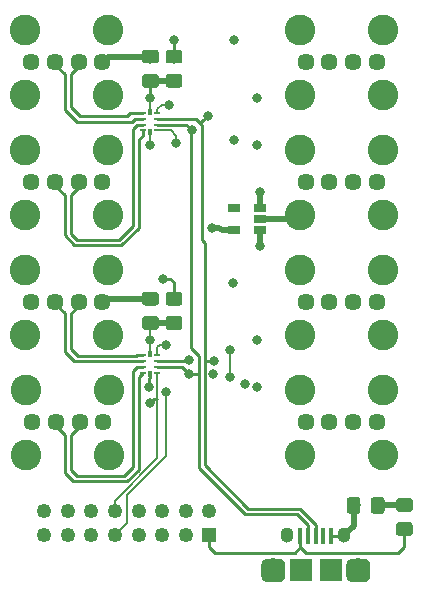
<source format=gbr>
G04 #@! TF.GenerationSoftware,KiCad,Pcbnew,(5.1.0)-1*
G04 #@! TF.CreationDate,2020-02-18T23:46:36-06:00*
G04 #@! TF.ProjectId,USBMuxV1,5553424d-7578-4563-912e-6b696361645f,rev?*
G04 #@! TF.SameCoordinates,Original*
G04 #@! TF.FileFunction,Copper,L1,Top*
G04 #@! TF.FilePolarity,Positive*
%FSLAX46Y46*%
G04 Gerber Fmt 4.6, Leading zero omitted, Abs format (unit mm)*
G04 Created by KiCad (PCBNEW (5.1.0)-1) date 2020-02-18 23:46:36*
%MOMM*%
%LPD*%
G04 APERTURE LIST*
%ADD10R,1.900000X1.900000*%
%ADD11C,0.100000*%
%ADD12C,2.000000*%
%ADD13R,0.400000X1.350000*%
%ADD14O,1.100000X1.300000*%
%ADD15R,0.580000X0.250000*%
%ADD16R,0.350000X0.630000*%
%ADD17C,1.150000*%
%ADD18R,1.250000X1.250000*%
%ADD19C,1.250000*%
%ADD20C,1.450000*%
%ADD21C,2.600000*%
%ADD22R,1.060000X0.650000*%
%ADD23C,0.800000*%
%ADD24C,0.250000*%
%ADD25C,0.200000*%
%ADD26C,0.500000*%
%ADD27C,0.150000*%
G04 APERTURE END LIST*
D10*
X137750000Y-137000000D03*
X140250000Y-137000000D03*
D11*
G36*
X135949009Y-136002408D02*
G01*
X135997545Y-136009607D01*
X136045142Y-136021530D01*
X136091342Y-136038060D01*
X136135698Y-136059039D01*
X136177785Y-136084265D01*
X136217197Y-136113495D01*
X136253553Y-136146447D01*
X136286505Y-136182803D01*
X136315735Y-136222215D01*
X136340961Y-136264302D01*
X136361940Y-136308658D01*
X136378470Y-136354858D01*
X136390393Y-136402455D01*
X136397592Y-136450991D01*
X136400000Y-136500000D01*
X136400000Y-137500000D01*
X136397592Y-137549009D01*
X136390393Y-137597545D01*
X136378470Y-137645142D01*
X136361940Y-137691342D01*
X136340961Y-137735698D01*
X136315735Y-137777785D01*
X136286505Y-137817197D01*
X136253553Y-137853553D01*
X136217197Y-137886505D01*
X136177785Y-137915735D01*
X136135698Y-137940961D01*
X136091342Y-137961940D01*
X136045142Y-137978470D01*
X135997545Y-137990393D01*
X135949009Y-137997592D01*
X135900000Y-138000000D01*
X134900000Y-138000000D01*
X134850991Y-137997592D01*
X134802455Y-137990393D01*
X134754858Y-137978470D01*
X134708658Y-137961940D01*
X134664302Y-137940961D01*
X134622215Y-137915735D01*
X134582803Y-137886505D01*
X134546447Y-137853553D01*
X134513495Y-137817197D01*
X134484265Y-137777785D01*
X134459039Y-137735698D01*
X134438060Y-137691342D01*
X134421530Y-137645142D01*
X134409607Y-137597545D01*
X134402408Y-137549009D01*
X134400000Y-137500000D01*
X134400000Y-136500000D01*
X134402408Y-136450991D01*
X134409607Y-136402455D01*
X134421530Y-136354858D01*
X134438060Y-136308658D01*
X134459039Y-136264302D01*
X134484265Y-136222215D01*
X134513495Y-136182803D01*
X134546447Y-136146447D01*
X134582803Y-136113495D01*
X134622215Y-136084265D01*
X134664302Y-136059039D01*
X134708658Y-136038060D01*
X134754858Y-136021530D01*
X134802455Y-136009607D01*
X134850991Y-136002408D01*
X134900000Y-136000000D01*
X135900000Y-136000000D01*
X135949009Y-136002408D01*
X135949009Y-136002408D01*
G37*
D12*
X135400000Y-137000000D03*
D11*
G36*
X143149009Y-136002408D02*
G01*
X143197545Y-136009607D01*
X143245142Y-136021530D01*
X143291342Y-136038060D01*
X143335698Y-136059039D01*
X143377785Y-136084265D01*
X143417197Y-136113495D01*
X143453553Y-136146447D01*
X143486505Y-136182803D01*
X143515735Y-136222215D01*
X143540961Y-136264302D01*
X143561940Y-136308658D01*
X143578470Y-136354858D01*
X143590393Y-136402455D01*
X143597592Y-136450991D01*
X143600000Y-136500000D01*
X143600000Y-137500000D01*
X143597592Y-137549009D01*
X143590393Y-137597545D01*
X143578470Y-137645142D01*
X143561940Y-137691342D01*
X143540961Y-137735698D01*
X143515735Y-137777785D01*
X143486505Y-137817197D01*
X143453553Y-137853553D01*
X143417197Y-137886505D01*
X143377785Y-137915735D01*
X143335698Y-137940961D01*
X143291342Y-137961940D01*
X143245142Y-137978470D01*
X143197545Y-137990393D01*
X143149009Y-137997592D01*
X143100000Y-138000000D01*
X142100000Y-138000000D01*
X142050991Y-137997592D01*
X142002455Y-137990393D01*
X141954858Y-137978470D01*
X141908658Y-137961940D01*
X141864302Y-137940961D01*
X141822215Y-137915735D01*
X141782803Y-137886505D01*
X141746447Y-137853553D01*
X141713495Y-137817197D01*
X141684265Y-137777785D01*
X141659039Y-137735698D01*
X141638060Y-137691342D01*
X141621530Y-137645142D01*
X141609607Y-137597545D01*
X141602408Y-137549009D01*
X141600000Y-137500000D01*
X141600000Y-136500000D01*
X141602408Y-136450991D01*
X141609607Y-136402455D01*
X141621530Y-136354858D01*
X141638060Y-136308658D01*
X141659039Y-136264302D01*
X141684265Y-136222215D01*
X141713495Y-136182803D01*
X141746447Y-136146447D01*
X141782803Y-136113495D01*
X141822215Y-136084265D01*
X141864302Y-136059039D01*
X141908658Y-136038060D01*
X141954858Y-136021530D01*
X142002455Y-136009607D01*
X142050991Y-136002408D01*
X142100000Y-136000000D01*
X143100000Y-136000000D01*
X143149009Y-136002408D01*
X143149009Y-136002408D01*
G37*
D12*
X142600000Y-137000000D03*
D13*
X139000000Y-134100000D03*
X139650000Y-134100000D03*
X140300000Y-134100000D03*
X138350000Y-134100000D03*
X137700000Y-134100000D03*
D14*
X136600000Y-134000000D03*
X141400000Y-134000000D03*
D15*
X124400000Y-98250000D03*
X124400000Y-98750000D03*
X124400000Y-99250000D03*
X124400000Y-99750000D03*
X125600000Y-98250000D03*
X125600000Y-98750000D03*
X125600000Y-99250000D03*
X125600000Y-99750000D03*
D16*
X125000000Y-98150000D03*
X125000000Y-99850000D03*
D15*
X124400000Y-118750000D03*
X124400000Y-119250000D03*
X124400000Y-119750000D03*
X124400000Y-120250000D03*
X125600000Y-118750000D03*
X125600000Y-119250000D03*
X125600000Y-119750000D03*
X125600000Y-120250000D03*
D16*
X125000000Y-118650000D03*
X125000000Y-120350000D03*
D11*
G36*
X125474505Y-92926204D02*
G01*
X125498773Y-92929804D01*
X125522572Y-92935765D01*
X125545671Y-92944030D01*
X125567850Y-92954520D01*
X125588893Y-92967132D01*
X125608599Y-92981747D01*
X125626777Y-92998223D01*
X125643253Y-93016401D01*
X125657868Y-93036107D01*
X125670480Y-93057150D01*
X125680970Y-93079329D01*
X125689235Y-93102428D01*
X125695196Y-93126227D01*
X125698796Y-93150495D01*
X125700000Y-93174999D01*
X125700000Y-93825001D01*
X125698796Y-93849505D01*
X125695196Y-93873773D01*
X125689235Y-93897572D01*
X125680970Y-93920671D01*
X125670480Y-93942850D01*
X125657868Y-93963893D01*
X125643253Y-93983599D01*
X125626777Y-94001777D01*
X125608599Y-94018253D01*
X125588893Y-94032868D01*
X125567850Y-94045480D01*
X125545671Y-94055970D01*
X125522572Y-94064235D01*
X125498773Y-94070196D01*
X125474505Y-94073796D01*
X125450001Y-94075000D01*
X124549999Y-94075000D01*
X124525495Y-94073796D01*
X124501227Y-94070196D01*
X124477428Y-94064235D01*
X124454329Y-94055970D01*
X124432150Y-94045480D01*
X124411107Y-94032868D01*
X124391401Y-94018253D01*
X124373223Y-94001777D01*
X124356747Y-93983599D01*
X124342132Y-93963893D01*
X124329520Y-93942850D01*
X124319030Y-93920671D01*
X124310765Y-93897572D01*
X124304804Y-93873773D01*
X124301204Y-93849505D01*
X124300000Y-93825001D01*
X124300000Y-93174999D01*
X124301204Y-93150495D01*
X124304804Y-93126227D01*
X124310765Y-93102428D01*
X124319030Y-93079329D01*
X124329520Y-93057150D01*
X124342132Y-93036107D01*
X124356747Y-93016401D01*
X124373223Y-92998223D01*
X124391401Y-92981747D01*
X124411107Y-92967132D01*
X124432150Y-92954520D01*
X124454329Y-92944030D01*
X124477428Y-92935765D01*
X124501227Y-92929804D01*
X124525495Y-92926204D01*
X124549999Y-92925000D01*
X125450001Y-92925000D01*
X125474505Y-92926204D01*
X125474505Y-92926204D01*
G37*
D17*
X125000000Y-93500000D03*
D11*
G36*
X125474505Y-94976204D02*
G01*
X125498773Y-94979804D01*
X125522572Y-94985765D01*
X125545671Y-94994030D01*
X125567850Y-95004520D01*
X125588893Y-95017132D01*
X125608599Y-95031747D01*
X125626777Y-95048223D01*
X125643253Y-95066401D01*
X125657868Y-95086107D01*
X125670480Y-95107150D01*
X125680970Y-95129329D01*
X125689235Y-95152428D01*
X125695196Y-95176227D01*
X125698796Y-95200495D01*
X125700000Y-95224999D01*
X125700000Y-95875001D01*
X125698796Y-95899505D01*
X125695196Y-95923773D01*
X125689235Y-95947572D01*
X125680970Y-95970671D01*
X125670480Y-95992850D01*
X125657868Y-96013893D01*
X125643253Y-96033599D01*
X125626777Y-96051777D01*
X125608599Y-96068253D01*
X125588893Y-96082868D01*
X125567850Y-96095480D01*
X125545671Y-96105970D01*
X125522572Y-96114235D01*
X125498773Y-96120196D01*
X125474505Y-96123796D01*
X125450001Y-96125000D01*
X124549999Y-96125000D01*
X124525495Y-96123796D01*
X124501227Y-96120196D01*
X124477428Y-96114235D01*
X124454329Y-96105970D01*
X124432150Y-96095480D01*
X124411107Y-96082868D01*
X124391401Y-96068253D01*
X124373223Y-96051777D01*
X124356747Y-96033599D01*
X124342132Y-96013893D01*
X124329520Y-95992850D01*
X124319030Y-95970671D01*
X124310765Y-95947572D01*
X124304804Y-95923773D01*
X124301204Y-95899505D01*
X124300000Y-95875001D01*
X124300000Y-95224999D01*
X124301204Y-95200495D01*
X124304804Y-95176227D01*
X124310765Y-95152428D01*
X124319030Y-95129329D01*
X124329520Y-95107150D01*
X124342132Y-95086107D01*
X124356747Y-95066401D01*
X124373223Y-95048223D01*
X124391401Y-95031747D01*
X124411107Y-95017132D01*
X124432150Y-95004520D01*
X124454329Y-94994030D01*
X124477428Y-94985765D01*
X124501227Y-94979804D01*
X124525495Y-94976204D01*
X124549999Y-94975000D01*
X125450001Y-94975000D01*
X125474505Y-94976204D01*
X125474505Y-94976204D01*
G37*
D17*
X125000000Y-95550000D03*
D11*
G36*
X125474505Y-113426204D02*
G01*
X125498773Y-113429804D01*
X125522572Y-113435765D01*
X125545671Y-113444030D01*
X125567850Y-113454520D01*
X125588893Y-113467132D01*
X125608599Y-113481747D01*
X125626777Y-113498223D01*
X125643253Y-113516401D01*
X125657868Y-113536107D01*
X125670480Y-113557150D01*
X125680970Y-113579329D01*
X125689235Y-113602428D01*
X125695196Y-113626227D01*
X125698796Y-113650495D01*
X125700000Y-113674999D01*
X125700000Y-114325001D01*
X125698796Y-114349505D01*
X125695196Y-114373773D01*
X125689235Y-114397572D01*
X125680970Y-114420671D01*
X125670480Y-114442850D01*
X125657868Y-114463893D01*
X125643253Y-114483599D01*
X125626777Y-114501777D01*
X125608599Y-114518253D01*
X125588893Y-114532868D01*
X125567850Y-114545480D01*
X125545671Y-114555970D01*
X125522572Y-114564235D01*
X125498773Y-114570196D01*
X125474505Y-114573796D01*
X125450001Y-114575000D01*
X124549999Y-114575000D01*
X124525495Y-114573796D01*
X124501227Y-114570196D01*
X124477428Y-114564235D01*
X124454329Y-114555970D01*
X124432150Y-114545480D01*
X124411107Y-114532868D01*
X124391401Y-114518253D01*
X124373223Y-114501777D01*
X124356747Y-114483599D01*
X124342132Y-114463893D01*
X124329520Y-114442850D01*
X124319030Y-114420671D01*
X124310765Y-114397572D01*
X124304804Y-114373773D01*
X124301204Y-114349505D01*
X124300000Y-114325001D01*
X124300000Y-113674999D01*
X124301204Y-113650495D01*
X124304804Y-113626227D01*
X124310765Y-113602428D01*
X124319030Y-113579329D01*
X124329520Y-113557150D01*
X124342132Y-113536107D01*
X124356747Y-113516401D01*
X124373223Y-113498223D01*
X124391401Y-113481747D01*
X124411107Y-113467132D01*
X124432150Y-113454520D01*
X124454329Y-113444030D01*
X124477428Y-113435765D01*
X124501227Y-113429804D01*
X124525495Y-113426204D01*
X124549999Y-113425000D01*
X125450001Y-113425000D01*
X125474505Y-113426204D01*
X125474505Y-113426204D01*
G37*
D17*
X125000000Y-114000000D03*
D11*
G36*
X125474505Y-115476204D02*
G01*
X125498773Y-115479804D01*
X125522572Y-115485765D01*
X125545671Y-115494030D01*
X125567850Y-115504520D01*
X125588893Y-115517132D01*
X125608599Y-115531747D01*
X125626777Y-115548223D01*
X125643253Y-115566401D01*
X125657868Y-115586107D01*
X125670480Y-115607150D01*
X125680970Y-115629329D01*
X125689235Y-115652428D01*
X125695196Y-115676227D01*
X125698796Y-115700495D01*
X125700000Y-115724999D01*
X125700000Y-116375001D01*
X125698796Y-116399505D01*
X125695196Y-116423773D01*
X125689235Y-116447572D01*
X125680970Y-116470671D01*
X125670480Y-116492850D01*
X125657868Y-116513893D01*
X125643253Y-116533599D01*
X125626777Y-116551777D01*
X125608599Y-116568253D01*
X125588893Y-116582868D01*
X125567850Y-116595480D01*
X125545671Y-116605970D01*
X125522572Y-116614235D01*
X125498773Y-116620196D01*
X125474505Y-116623796D01*
X125450001Y-116625000D01*
X124549999Y-116625000D01*
X124525495Y-116623796D01*
X124501227Y-116620196D01*
X124477428Y-116614235D01*
X124454329Y-116605970D01*
X124432150Y-116595480D01*
X124411107Y-116582868D01*
X124391401Y-116568253D01*
X124373223Y-116551777D01*
X124356747Y-116533599D01*
X124342132Y-116513893D01*
X124329520Y-116492850D01*
X124319030Y-116470671D01*
X124310765Y-116447572D01*
X124304804Y-116423773D01*
X124301204Y-116399505D01*
X124300000Y-116375001D01*
X124300000Y-115724999D01*
X124301204Y-115700495D01*
X124304804Y-115676227D01*
X124310765Y-115652428D01*
X124319030Y-115629329D01*
X124329520Y-115607150D01*
X124342132Y-115586107D01*
X124356747Y-115566401D01*
X124373223Y-115548223D01*
X124391401Y-115531747D01*
X124411107Y-115517132D01*
X124432150Y-115504520D01*
X124454329Y-115494030D01*
X124477428Y-115485765D01*
X124501227Y-115479804D01*
X124525495Y-115476204D01*
X124549999Y-115475000D01*
X125450001Y-115475000D01*
X125474505Y-115476204D01*
X125474505Y-115476204D01*
G37*
D17*
X125000000Y-116050000D03*
D18*
X130000000Y-134000000D03*
D19*
X128000000Y-134000000D03*
X126000000Y-134000000D03*
X124000000Y-134000000D03*
X122000000Y-134000000D03*
X120000000Y-134000000D03*
X118000000Y-134000000D03*
X116000000Y-134000000D03*
X116000000Y-132000000D03*
X118000000Y-132000000D03*
X120000000Y-132000000D03*
X122000000Y-132000000D03*
X124000000Y-132000000D03*
X126000000Y-132000000D03*
X128000000Y-132000000D03*
X130000000Y-132000000D03*
D20*
X120920000Y-93980000D03*
X118920000Y-93980000D03*
X116920000Y-93980000D03*
X114920000Y-93980000D03*
D21*
X114420000Y-96730000D03*
X121420000Y-96730000D03*
X121420000Y-91230000D03*
X114420000Y-91230000D03*
D20*
X120920000Y-104140000D03*
X118920000Y-104140000D03*
X116920000Y-104140000D03*
X114920000Y-104140000D03*
D21*
X114420000Y-106890000D03*
X121420000Y-106890000D03*
X121420000Y-101390000D03*
X114420000Y-101390000D03*
D20*
X120920000Y-114300000D03*
X118920000Y-114300000D03*
X116920000Y-114300000D03*
X114920000Y-114300000D03*
D21*
X114420000Y-117050000D03*
X121420000Y-117050000D03*
X121420000Y-111550000D03*
X114420000Y-111550000D03*
D20*
X121000000Y-124460000D03*
X119000000Y-124460000D03*
X117000000Y-124460000D03*
X115000000Y-124460000D03*
D21*
X114500000Y-127210000D03*
X121500000Y-127210000D03*
X121500000Y-121710000D03*
X114500000Y-121710000D03*
D20*
X138160000Y-93980000D03*
X140160000Y-93980000D03*
X142160000Y-93980000D03*
X144160000Y-93980000D03*
D21*
X144660000Y-91230000D03*
X137660000Y-91230000D03*
X137660000Y-96730000D03*
X144660000Y-96730000D03*
D20*
X138160000Y-104140000D03*
X140160000Y-104140000D03*
X142160000Y-104140000D03*
X144160000Y-104140000D03*
D21*
X144660000Y-101390000D03*
X137660000Y-101390000D03*
X137660000Y-106890000D03*
X144660000Y-106890000D03*
D20*
X138160000Y-114300000D03*
X140160000Y-114300000D03*
X142160000Y-114300000D03*
X144160000Y-114300000D03*
D21*
X144660000Y-111550000D03*
X137660000Y-111550000D03*
X137660000Y-117050000D03*
X144660000Y-117050000D03*
D20*
X138160000Y-124460000D03*
X140160000Y-124460000D03*
X142160000Y-124460000D03*
X144160000Y-124460000D03*
D21*
X144660000Y-121710000D03*
X137660000Y-121710000D03*
X137660000Y-127210000D03*
X144660000Y-127210000D03*
D11*
G36*
X146974505Y-130876204D02*
G01*
X146998773Y-130879804D01*
X147022572Y-130885765D01*
X147045671Y-130894030D01*
X147067850Y-130904520D01*
X147088893Y-130917132D01*
X147108599Y-130931747D01*
X147126777Y-130948223D01*
X147143253Y-130966401D01*
X147157868Y-130986107D01*
X147170480Y-131007150D01*
X147180970Y-131029329D01*
X147189235Y-131052428D01*
X147195196Y-131076227D01*
X147198796Y-131100495D01*
X147200000Y-131124999D01*
X147200000Y-131775001D01*
X147198796Y-131799505D01*
X147195196Y-131823773D01*
X147189235Y-131847572D01*
X147180970Y-131870671D01*
X147170480Y-131892850D01*
X147157868Y-131913893D01*
X147143253Y-131933599D01*
X147126777Y-131951777D01*
X147108599Y-131968253D01*
X147088893Y-131982868D01*
X147067850Y-131995480D01*
X147045671Y-132005970D01*
X147022572Y-132014235D01*
X146998773Y-132020196D01*
X146974505Y-132023796D01*
X146950001Y-132025000D01*
X146049999Y-132025000D01*
X146025495Y-132023796D01*
X146001227Y-132020196D01*
X145977428Y-132014235D01*
X145954329Y-132005970D01*
X145932150Y-131995480D01*
X145911107Y-131982868D01*
X145891401Y-131968253D01*
X145873223Y-131951777D01*
X145856747Y-131933599D01*
X145842132Y-131913893D01*
X145829520Y-131892850D01*
X145819030Y-131870671D01*
X145810765Y-131847572D01*
X145804804Y-131823773D01*
X145801204Y-131799505D01*
X145800000Y-131775001D01*
X145800000Y-131124999D01*
X145801204Y-131100495D01*
X145804804Y-131076227D01*
X145810765Y-131052428D01*
X145819030Y-131029329D01*
X145829520Y-131007150D01*
X145842132Y-130986107D01*
X145856747Y-130966401D01*
X145873223Y-130948223D01*
X145891401Y-130931747D01*
X145911107Y-130917132D01*
X145932150Y-130904520D01*
X145954329Y-130894030D01*
X145977428Y-130885765D01*
X146001227Y-130879804D01*
X146025495Y-130876204D01*
X146049999Y-130875000D01*
X146950001Y-130875000D01*
X146974505Y-130876204D01*
X146974505Y-130876204D01*
G37*
D17*
X146500000Y-131450000D03*
D11*
G36*
X146974505Y-132926204D02*
G01*
X146998773Y-132929804D01*
X147022572Y-132935765D01*
X147045671Y-132944030D01*
X147067850Y-132954520D01*
X147088893Y-132967132D01*
X147108599Y-132981747D01*
X147126777Y-132998223D01*
X147143253Y-133016401D01*
X147157868Y-133036107D01*
X147170480Y-133057150D01*
X147180970Y-133079329D01*
X147189235Y-133102428D01*
X147195196Y-133126227D01*
X147198796Y-133150495D01*
X147200000Y-133174999D01*
X147200000Y-133825001D01*
X147198796Y-133849505D01*
X147195196Y-133873773D01*
X147189235Y-133897572D01*
X147180970Y-133920671D01*
X147170480Y-133942850D01*
X147157868Y-133963893D01*
X147143253Y-133983599D01*
X147126777Y-134001777D01*
X147108599Y-134018253D01*
X147088893Y-134032868D01*
X147067850Y-134045480D01*
X147045671Y-134055970D01*
X147022572Y-134064235D01*
X146998773Y-134070196D01*
X146974505Y-134073796D01*
X146950001Y-134075000D01*
X146049999Y-134075000D01*
X146025495Y-134073796D01*
X146001227Y-134070196D01*
X145977428Y-134064235D01*
X145954329Y-134055970D01*
X145932150Y-134045480D01*
X145911107Y-134032868D01*
X145891401Y-134018253D01*
X145873223Y-134001777D01*
X145856747Y-133983599D01*
X145842132Y-133963893D01*
X145829520Y-133942850D01*
X145819030Y-133920671D01*
X145810765Y-133897572D01*
X145804804Y-133873773D01*
X145801204Y-133849505D01*
X145800000Y-133825001D01*
X145800000Y-133174999D01*
X145801204Y-133150495D01*
X145804804Y-133126227D01*
X145810765Y-133102428D01*
X145819030Y-133079329D01*
X145829520Y-133057150D01*
X145842132Y-133036107D01*
X145856747Y-133016401D01*
X145873223Y-132998223D01*
X145891401Y-132981747D01*
X145911107Y-132967132D01*
X145932150Y-132954520D01*
X145954329Y-132944030D01*
X145977428Y-132935765D01*
X146001227Y-132929804D01*
X146025495Y-132926204D01*
X146049999Y-132925000D01*
X146950001Y-132925000D01*
X146974505Y-132926204D01*
X146974505Y-132926204D01*
G37*
D17*
X146500000Y-133500000D03*
D11*
G36*
X142549505Y-130801204D02*
G01*
X142573773Y-130804804D01*
X142597572Y-130810765D01*
X142620671Y-130819030D01*
X142642850Y-130829520D01*
X142663893Y-130842132D01*
X142683599Y-130856747D01*
X142701777Y-130873223D01*
X142718253Y-130891401D01*
X142732868Y-130911107D01*
X142745480Y-130932150D01*
X142755970Y-130954329D01*
X142764235Y-130977428D01*
X142770196Y-131001227D01*
X142773796Y-131025495D01*
X142775000Y-131049999D01*
X142775000Y-131950001D01*
X142773796Y-131974505D01*
X142770196Y-131998773D01*
X142764235Y-132022572D01*
X142755970Y-132045671D01*
X142745480Y-132067850D01*
X142732868Y-132088893D01*
X142718253Y-132108599D01*
X142701777Y-132126777D01*
X142683599Y-132143253D01*
X142663893Y-132157868D01*
X142642850Y-132170480D01*
X142620671Y-132180970D01*
X142597572Y-132189235D01*
X142573773Y-132195196D01*
X142549505Y-132198796D01*
X142525001Y-132200000D01*
X141874999Y-132200000D01*
X141850495Y-132198796D01*
X141826227Y-132195196D01*
X141802428Y-132189235D01*
X141779329Y-132180970D01*
X141757150Y-132170480D01*
X141736107Y-132157868D01*
X141716401Y-132143253D01*
X141698223Y-132126777D01*
X141681747Y-132108599D01*
X141667132Y-132088893D01*
X141654520Y-132067850D01*
X141644030Y-132045671D01*
X141635765Y-132022572D01*
X141629804Y-131998773D01*
X141626204Y-131974505D01*
X141625000Y-131950001D01*
X141625000Y-131049999D01*
X141626204Y-131025495D01*
X141629804Y-131001227D01*
X141635765Y-130977428D01*
X141644030Y-130954329D01*
X141654520Y-130932150D01*
X141667132Y-130911107D01*
X141681747Y-130891401D01*
X141698223Y-130873223D01*
X141716401Y-130856747D01*
X141736107Y-130842132D01*
X141757150Y-130829520D01*
X141779329Y-130819030D01*
X141802428Y-130810765D01*
X141826227Y-130804804D01*
X141850495Y-130801204D01*
X141874999Y-130800000D01*
X142525001Y-130800000D01*
X142549505Y-130801204D01*
X142549505Y-130801204D01*
G37*
D17*
X142200000Y-131500000D03*
D11*
G36*
X144599505Y-130801204D02*
G01*
X144623773Y-130804804D01*
X144647572Y-130810765D01*
X144670671Y-130819030D01*
X144692850Y-130829520D01*
X144713893Y-130842132D01*
X144733599Y-130856747D01*
X144751777Y-130873223D01*
X144768253Y-130891401D01*
X144782868Y-130911107D01*
X144795480Y-130932150D01*
X144805970Y-130954329D01*
X144814235Y-130977428D01*
X144820196Y-131001227D01*
X144823796Y-131025495D01*
X144825000Y-131049999D01*
X144825000Y-131950001D01*
X144823796Y-131974505D01*
X144820196Y-131998773D01*
X144814235Y-132022572D01*
X144805970Y-132045671D01*
X144795480Y-132067850D01*
X144782868Y-132088893D01*
X144768253Y-132108599D01*
X144751777Y-132126777D01*
X144733599Y-132143253D01*
X144713893Y-132157868D01*
X144692850Y-132170480D01*
X144670671Y-132180970D01*
X144647572Y-132189235D01*
X144623773Y-132195196D01*
X144599505Y-132198796D01*
X144575001Y-132200000D01*
X143924999Y-132200000D01*
X143900495Y-132198796D01*
X143876227Y-132195196D01*
X143852428Y-132189235D01*
X143829329Y-132180970D01*
X143807150Y-132170480D01*
X143786107Y-132157868D01*
X143766401Y-132143253D01*
X143748223Y-132126777D01*
X143731747Y-132108599D01*
X143717132Y-132088893D01*
X143704520Y-132067850D01*
X143694030Y-132045671D01*
X143685765Y-132022572D01*
X143679804Y-131998773D01*
X143676204Y-131974505D01*
X143675000Y-131950001D01*
X143675000Y-131049999D01*
X143676204Y-131025495D01*
X143679804Y-131001227D01*
X143685765Y-130977428D01*
X143694030Y-130954329D01*
X143704520Y-130932150D01*
X143717132Y-130911107D01*
X143731747Y-130891401D01*
X143748223Y-130873223D01*
X143766401Y-130856747D01*
X143786107Y-130842132D01*
X143807150Y-130829520D01*
X143829329Y-130819030D01*
X143852428Y-130810765D01*
X143876227Y-130804804D01*
X143900495Y-130801204D01*
X143924999Y-130800000D01*
X144575001Y-130800000D01*
X144599505Y-130801204D01*
X144599505Y-130801204D01*
G37*
D17*
X144250000Y-131500000D03*
D11*
G36*
X127474505Y-92926204D02*
G01*
X127498773Y-92929804D01*
X127522572Y-92935765D01*
X127545671Y-92944030D01*
X127567850Y-92954520D01*
X127588893Y-92967132D01*
X127608599Y-92981747D01*
X127626777Y-92998223D01*
X127643253Y-93016401D01*
X127657868Y-93036107D01*
X127670480Y-93057150D01*
X127680970Y-93079329D01*
X127689235Y-93102428D01*
X127695196Y-93126227D01*
X127698796Y-93150495D01*
X127700000Y-93174999D01*
X127700000Y-93825001D01*
X127698796Y-93849505D01*
X127695196Y-93873773D01*
X127689235Y-93897572D01*
X127680970Y-93920671D01*
X127670480Y-93942850D01*
X127657868Y-93963893D01*
X127643253Y-93983599D01*
X127626777Y-94001777D01*
X127608599Y-94018253D01*
X127588893Y-94032868D01*
X127567850Y-94045480D01*
X127545671Y-94055970D01*
X127522572Y-94064235D01*
X127498773Y-94070196D01*
X127474505Y-94073796D01*
X127450001Y-94075000D01*
X126549999Y-94075000D01*
X126525495Y-94073796D01*
X126501227Y-94070196D01*
X126477428Y-94064235D01*
X126454329Y-94055970D01*
X126432150Y-94045480D01*
X126411107Y-94032868D01*
X126391401Y-94018253D01*
X126373223Y-94001777D01*
X126356747Y-93983599D01*
X126342132Y-93963893D01*
X126329520Y-93942850D01*
X126319030Y-93920671D01*
X126310765Y-93897572D01*
X126304804Y-93873773D01*
X126301204Y-93849505D01*
X126300000Y-93825001D01*
X126300000Y-93174999D01*
X126301204Y-93150495D01*
X126304804Y-93126227D01*
X126310765Y-93102428D01*
X126319030Y-93079329D01*
X126329520Y-93057150D01*
X126342132Y-93036107D01*
X126356747Y-93016401D01*
X126373223Y-92998223D01*
X126391401Y-92981747D01*
X126411107Y-92967132D01*
X126432150Y-92954520D01*
X126454329Y-92944030D01*
X126477428Y-92935765D01*
X126501227Y-92929804D01*
X126525495Y-92926204D01*
X126549999Y-92925000D01*
X127450001Y-92925000D01*
X127474505Y-92926204D01*
X127474505Y-92926204D01*
G37*
D17*
X127000000Y-93500000D03*
D11*
G36*
X127474505Y-94976204D02*
G01*
X127498773Y-94979804D01*
X127522572Y-94985765D01*
X127545671Y-94994030D01*
X127567850Y-95004520D01*
X127588893Y-95017132D01*
X127608599Y-95031747D01*
X127626777Y-95048223D01*
X127643253Y-95066401D01*
X127657868Y-95086107D01*
X127670480Y-95107150D01*
X127680970Y-95129329D01*
X127689235Y-95152428D01*
X127695196Y-95176227D01*
X127698796Y-95200495D01*
X127700000Y-95224999D01*
X127700000Y-95875001D01*
X127698796Y-95899505D01*
X127695196Y-95923773D01*
X127689235Y-95947572D01*
X127680970Y-95970671D01*
X127670480Y-95992850D01*
X127657868Y-96013893D01*
X127643253Y-96033599D01*
X127626777Y-96051777D01*
X127608599Y-96068253D01*
X127588893Y-96082868D01*
X127567850Y-96095480D01*
X127545671Y-96105970D01*
X127522572Y-96114235D01*
X127498773Y-96120196D01*
X127474505Y-96123796D01*
X127450001Y-96125000D01*
X126549999Y-96125000D01*
X126525495Y-96123796D01*
X126501227Y-96120196D01*
X126477428Y-96114235D01*
X126454329Y-96105970D01*
X126432150Y-96095480D01*
X126411107Y-96082868D01*
X126391401Y-96068253D01*
X126373223Y-96051777D01*
X126356747Y-96033599D01*
X126342132Y-96013893D01*
X126329520Y-95992850D01*
X126319030Y-95970671D01*
X126310765Y-95947572D01*
X126304804Y-95923773D01*
X126301204Y-95899505D01*
X126300000Y-95875001D01*
X126300000Y-95224999D01*
X126301204Y-95200495D01*
X126304804Y-95176227D01*
X126310765Y-95152428D01*
X126319030Y-95129329D01*
X126329520Y-95107150D01*
X126342132Y-95086107D01*
X126356747Y-95066401D01*
X126373223Y-95048223D01*
X126391401Y-95031747D01*
X126411107Y-95017132D01*
X126432150Y-95004520D01*
X126454329Y-94994030D01*
X126477428Y-94985765D01*
X126501227Y-94979804D01*
X126525495Y-94976204D01*
X126549999Y-94975000D01*
X127450001Y-94975000D01*
X127474505Y-94976204D01*
X127474505Y-94976204D01*
G37*
D17*
X127000000Y-95550000D03*
D11*
G36*
X127474505Y-115476204D02*
G01*
X127498773Y-115479804D01*
X127522572Y-115485765D01*
X127545671Y-115494030D01*
X127567850Y-115504520D01*
X127588893Y-115517132D01*
X127608599Y-115531747D01*
X127626777Y-115548223D01*
X127643253Y-115566401D01*
X127657868Y-115586107D01*
X127670480Y-115607150D01*
X127680970Y-115629329D01*
X127689235Y-115652428D01*
X127695196Y-115676227D01*
X127698796Y-115700495D01*
X127700000Y-115724999D01*
X127700000Y-116375001D01*
X127698796Y-116399505D01*
X127695196Y-116423773D01*
X127689235Y-116447572D01*
X127680970Y-116470671D01*
X127670480Y-116492850D01*
X127657868Y-116513893D01*
X127643253Y-116533599D01*
X127626777Y-116551777D01*
X127608599Y-116568253D01*
X127588893Y-116582868D01*
X127567850Y-116595480D01*
X127545671Y-116605970D01*
X127522572Y-116614235D01*
X127498773Y-116620196D01*
X127474505Y-116623796D01*
X127450001Y-116625000D01*
X126549999Y-116625000D01*
X126525495Y-116623796D01*
X126501227Y-116620196D01*
X126477428Y-116614235D01*
X126454329Y-116605970D01*
X126432150Y-116595480D01*
X126411107Y-116582868D01*
X126391401Y-116568253D01*
X126373223Y-116551777D01*
X126356747Y-116533599D01*
X126342132Y-116513893D01*
X126329520Y-116492850D01*
X126319030Y-116470671D01*
X126310765Y-116447572D01*
X126304804Y-116423773D01*
X126301204Y-116399505D01*
X126300000Y-116375001D01*
X126300000Y-115724999D01*
X126301204Y-115700495D01*
X126304804Y-115676227D01*
X126310765Y-115652428D01*
X126319030Y-115629329D01*
X126329520Y-115607150D01*
X126342132Y-115586107D01*
X126356747Y-115566401D01*
X126373223Y-115548223D01*
X126391401Y-115531747D01*
X126411107Y-115517132D01*
X126432150Y-115504520D01*
X126454329Y-115494030D01*
X126477428Y-115485765D01*
X126501227Y-115479804D01*
X126525495Y-115476204D01*
X126549999Y-115475000D01*
X127450001Y-115475000D01*
X127474505Y-115476204D01*
X127474505Y-115476204D01*
G37*
D17*
X127000000Y-116050000D03*
D11*
G36*
X127474505Y-113426204D02*
G01*
X127498773Y-113429804D01*
X127522572Y-113435765D01*
X127545671Y-113444030D01*
X127567850Y-113454520D01*
X127588893Y-113467132D01*
X127608599Y-113481747D01*
X127626777Y-113498223D01*
X127643253Y-113516401D01*
X127657868Y-113536107D01*
X127670480Y-113557150D01*
X127680970Y-113579329D01*
X127689235Y-113602428D01*
X127695196Y-113626227D01*
X127698796Y-113650495D01*
X127700000Y-113674999D01*
X127700000Y-114325001D01*
X127698796Y-114349505D01*
X127695196Y-114373773D01*
X127689235Y-114397572D01*
X127680970Y-114420671D01*
X127670480Y-114442850D01*
X127657868Y-114463893D01*
X127643253Y-114483599D01*
X127626777Y-114501777D01*
X127608599Y-114518253D01*
X127588893Y-114532868D01*
X127567850Y-114545480D01*
X127545671Y-114555970D01*
X127522572Y-114564235D01*
X127498773Y-114570196D01*
X127474505Y-114573796D01*
X127450001Y-114575000D01*
X126549999Y-114575000D01*
X126525495Y-114573796D01*
X126501227Y-114570196D01*
X126477428Y-114564235D01*
X126454329Y-114555970D01*
X126432150Y-114545480D01*
X126411107Y-114532868D01*
X126391401Y-114518253D01*
X126373223Y-114501777D01*
X126356747Y-114483599D01*
X126342132Y-114463893D01*
X126329520Y-114442850D01*
X126319030Y-114420671D01*
X126310765Y-114397572D01*
X126304804Y-114373773D01*
X126301204Y-114349505D01*
X126300000Y-114325001D01*
X126300000Y-113674999D01*
X126301204Y-113650495D01*
X126304804Y-113626227D01*
X126310765Y-113602428D01*
X126319030Y-113579329D01*
X126329520Y-113557150D01*
X126342132Y-113536107D01*
X126356747Y-113516401D01*
X126373223Y-113498223D01*
X126391401Y-113481747D01*
X126411107Y-113467132D01*
X126432150Y-113454520D01*
X126454329Y-113444030D01*
X126477428Y-113435765D01*
X126501227Y-113429804D01*
X126525495Y-113426204D01*
X126549999Y-113425000D01*
X127450001Y-113425000D01*
X127474505Y-113426204D01*
X127474505Y-113426204D01*
G37*
D17*
X127000000Y-114000000D03*
D22*
X134250000Y-108200000D03*
X134250000Y-107250000D03*
X134250000Y-106300000D03*
X132050000Y-106300000D03*
X132050000Y-108200000D03*
D23*
X125000000Y-101000000D03*
X124874990Y-121500000D03*
X134000000Y-101000000D03*
X134000000Y-121500000D03*
X134000000Y-117500000D03*
X134000000Y-97000000D03*
X125000000Y-117500000D03*
X130250000Y-108000000D03*
X125000000Y-97000000D03*
X134250000Y-105000000D03*
X134250000Y-109500000D03*
X130350000Y-119250000D03*
X129875010Y-98500009D03*
X128300000Y-119199999D03*
X130336501Y-120336501D03*
X128300000Y-120399994D03*
X128500000Y-99700000D03*
X131700000Y-120600000D03*
X131700000Y-118300000D03*
X126600000Y-97600000D03*
X126300000Y-121900000D03*
X126300000Y-117900000D03*
X125000000Y-122800000D03*
X126100000Y-112300000D03*
X127200000Y-100800000D03*
X127000000Y-92100000D03*
X133000000Y-121200000D03*
X131999998Y-112700000D03*
X132100000Y-100600000D03*
X132100000Y-92099996D03*
D24*
X141300000Y-134100000D02*
X141400000Y-134000000D01*
X140300000Y-134100000D02*
X141300000Y-134100000D01*
D25*
X125000000Y-99850000D02*
X125000000Y-101000000D01*
D24*
X124874990Y-120934315D02*
X124874990Y-121500000D01*
X125000000Y-120650002D02*
X124874990Y-120775012D01*
X124874990Y-120775012D02*
X124874990Y-120934315D01*
D26*
X121220000Y-114000000D02*
X120920000Y-114300000D01*
X125000000Y-114000000D02*
X121220000Y-114000000D01*
X121400000Y-93500000D02*
X120920000Y-93980000D01*
X125000000Y-93500000D02*
X121400000Y-93500000D01*
X142200000Y-133200000D02*
X141400000Y-134000000D01*
X142200000Y-131500000D02*
X142200000Y-133200000D01*
X137300000Y-107250000D02*
X137660000Y-106890000D01*
X134250000Y-107250000D02*
X137300000Y-107250000D01*
D25*
X125000000Y-118650000D02*
X125000000Y-117500000D01*
X125000000Y-117500000D02*
X125000000Y-116050000D01*
D26*
X127000000Y-95550000D02*
X125000000Y-95550000D01*
X127000000Y-116050000D02*
X125000000Y-116050000D01*
X131020000Y-108200000D02*
X130820000Y-108000000D01*
X132050000Y-108200000D02*
X131020000Y-108200000D01*
X130820000Y-108000000D02*
X130250000Y-108000000D01*
D25*
X125000000Y-98150000D02*
X125000000Y-97000000D01*
D24*
X125000000Y-97000000D02*
X125000000Y-95550000D01*
D26*
X144300000Y-131450000D02*
X144250000Y-131500000D01*
X146500000Y-131450000D02*
X144300000Y-131450000D01*
D24*
X137700000Y-135025000D02*
X137700000Y-134100000D01*
X130000000Y-135012000D02*
X130000000Y-134000000D01*
X130488000Y-135500000D02*
X130000000Y-135012000D01*
X137700000Y-135025000D02*
X137225000Y-135500000D01*
X137225000Y-135500000D02*
X130488000Y-135500000D01*
X137700000Y-135025000D02*
X138175000Y-135500000D01*
X138175000Y-135500000D02*
X146000000Y-135500000D01*
X146500000Y-135000000D02*
X146500000Y-133500000D01*
X146000000Y-135500000D02*
X146500000Y-135000000D01*
D26*
X134250000Y-106300000D02*
X134250000Y-105000000D01*
X134250000Y-108200000D02*
X134250000Y-109500000D01*
D24*
X129300000Y-99200000D02*
X128850000Y-98750000D01*
X128850000Y-98750000D02*
X125600000Y-98750000D01*
X129350011Y-99250011D02*
X129300000Y-99200000D01*
X129350011Y-109050011D02*
X129350011Y-99250011D01*
X139000000Y-133175000D02*
X137624989Y-131799989D01*
X139000000Y-134100000D02*
X139000000Y-133175000D01*
X129600000Y-109300000D02*
X129350011Y-109050011D01*
X133299989Y-131799989D02*
X129600000Y-128100000D01*
X137624989Y-131799989D02*
X133299989Y-131799989D01*
X130350000Y-119250000D02*
X129650000Y-119250000D01*
X129600000Y-128100000D02*
X129600000Y-119300000D01*
X129650000Y-119250000D02*
X129600000Y-119300000D01*
X129600000Y-119300000D02*
X129600000Y-109300000D01*
X129475011Y-98900008D02*
X129875010Y-98500009D01*
X129300000Y-99075019D02*
X129475011Y-98900008D01*
X129300000Y-99200000D02*
X129300000Y-99075019D01*
X128249999Y-119250000D02*
X128300000Y-119199999D01*
X125600000Y-119250000D02*
X128249999Y-119250000D01*
X138350000Y-133175000D02*
X137425000Y-132250000D01*
X138350000Y-134100000D02*
X138350000Y-133175000D01*
X137425000Y-132250000D02*
X133000000Y-132250000D01*
X133000000Y-132250000D02*
X129100000Y-128350000D01*
X129100000Y-128350000D02*
X129100000Y-120400000D01*
X128865685Y-120399994D02*
X128300000Y-120399994D01*
X129099994Y-120399994D02*
X128865685Y-120399994D01*
X129100000Y-120400000D02*
X129099994Y-120399994D01*
X127900001Y-119999995D02*
X128300000Y-120399994D01*
X125600000Y-119750000D02*
X127650006Y-119750000D01*
X127650006Y-119750000D02*
X127900001Y-119999995D01*
X128450000Y-99750000D02*
X128500000Y-99700000D01*
X128450000Y-118176996D02*
X128450000Y-99750000D01*
X129125003Y-118851999D02*
X128450000Y-118176996D01*
X129100000Y-120400000D02*
X129125002Y-120374998D01*
X129125002Y-120374998D02*
X129125003Y-118851999D01*
X128050000Y-99250000D02*
X128500000Y-99700000D01*
X125600000Y-99250000D02*
X128050000Y-99250000D01*
X117750000Y-98000000D02*
X117750000Y-95000000D01*
X124250000Y-98750000D02*
X124200010Y-98799990D01*
X116920000Y-94170000D02*
X116920000Y-93980000D01*
X124400000Y-98750000D02*
X124250000Y-98750000D01*
X124200010Y-98799990D02*
X123673600Y-98799990D01*
X123673600Y-98799990D02*
X123473590Y-99000000D01*
X123473590Y-99000000D02*
X118750000Y-99000000D01*
X117750000Y-95000000D02*
X116920000Y-94170000D01*
X118750000Y-99000000D02*
X117750000Y-98000000D01*
X118920000Y-94330000D02*
X118920000Y-93980000D01*
X123250000Y-98250000D02*
X123000000Y-98500000D01*
X124400000Y-98250000D02*
X123250000Y-98250000D01*
X123000000Y-98500000D02*
X119000000Y-98500000D01*
X119000000Y-98500000D02*
X118250000Y-97750000D01*
X118250000Y-97750000D02*
X118250000Y-95000000D01*
X118250000Y-95000000D02*
X118920000Y-94330000D01*
X118250000Y-108500000D02*
X118250000Y-105250000D01*
X123860000Y-99250000D02*
X123500000Y-99610000D01*
X124400000Y-99250000D02*
X123860000Y-99250000D01*
X118250000Y-105250000D02*
X118920000Y-104580000D01*
X123500000Y-99610000D02*
X123500000Y-107863590D01*
X123500000Y-107863590D02*
X122363590Y-109000000D01*
X122363590Y-109000000D02*
X118750000Y-109000000D01*
X118920000Y-104580000D02*
X118920000Y-104140000D01*
X118750000Y-109000000D02*
X118250000Y-108500000D01*
X116920000Y-104420000D02*
X116920000Y-104140000D01*
X117750000Y-105250000D02*
X116920000Y-104420000D01*
X117750000Y-108636411D02*
X117750000Y-105250000D01*
X124400000Y-100125000D02*
X124000000Y-100525000D01*
X124000000Y-100525000D02*
X124000000Y-108000000D01*
X124400000Y-99750000D02*
X124400000Y-100125000D01*
X124000000Y-108000000D02*
X122549990Y-109450011D01*
X122549990Y-109450011D02*
X118563600Y-109450011D01*
X118563600Y-109450011D02*
X117750000Y-108636411D01*
X116920000Y-114420000D02*
X116920000Y-114300000D01*
X124400000Y-119250000D02*
X124250000Y-119250000D01*
X124250000Y-119250000D02*
X124200010Y-119299990D01*
X124200010Y-119299990D02*
X118549990Y-119299990D01*
X118549990Y-119299990D02*
X117750000Y-118500000D01*
X117750000Y-118500000D02*
X117750000Y-115250000D01*
X117750000Y-115250000D02*
X116920000Y-114420000D01*
X118250000Y-115250000D02*
X118920000Y-114580000D01*
X118849980Y-118849980D02*
X118250000Y-118250000D01*
X118250000Y-118250000D02*
X118250000Y-115250000D01*
X124350010Y-118799990D02*
X124063600Y-118799990D01*
X124063600Y-118799990D02*
X124063591Y-118799999D01*
X124063591Y-118799999D02*
X123849999Y-118799999D01*
X124400000Y-118750000D02*
X124350010Y-118799990D01*
X123849999Y-118799999D02*
X123800018Y-118849980D01*
X118920000Y-114580000D02*
X118920000Y-114300000D01*
X123800018Y-118849980D02*
X118849980Y-118849980D01*
X119000000Y-124750000D02*
X119000000Y-124460000D01*
X118250000Y-125500000D02*
X119000000Y-124750000D01*
X123860000Y-119750000D02*
X123500000Y-120110000D01*
X124400000Y-119750000D02*
X123860000Y-119750000D01*
X123500000Y-120110000D02*
X123500000Y-128250000D01*
X118250000Y-128500000D02*
X118250000Y-125500000D01*
X123500000Y-128250000D02*
X122750000Y-129000000D01*
X122750000Y-129000000D02*
X118750000Y-129000000D01*
X118750000Y-129000000D02*
X118250000Y-128500000D01*
X117000000Y-124750000D02*
X117000000Y-124460000D01*
X124000000Y-120650000D02*
X124000000Y-128500000D01*
X124400000Y-120250000D02*
X124000000Y-120650000D01*
X124000000Y-128500000D02*
X123049990Y-129450010D01*
X123049990Y-129450010D02*
X118450010Y-129450010D01*
X117750000Y-125500000D02*
X117000000Y-124750000D01*
X118450010Y-129450010D02*
X117750000Y-128750000D01*
X117750000Y-128750000D02*
X117750000Y-125500000D01*
D27*
X131700000Y-118300000D02*
X131700000Y-120600000D01*
X125600000Y-97975000D02*
X125975000Y-97600000D01*
X125600000Y-98250000D02*
X125600000Y-97975000D01*
X125975000Y-97600000D02*
X126600000Y-97600000D01*
X123000000Y-130600000D02*
X126300000Y-127300000D01*
X122000000Y-134000000D02*
X123000000Y-133000000D01*
X126300000Y-127300000D02*
X126300000Y-122600000D01*
X123000000Y-133000000D02*
X123000000Y-130600000D01*
X126300000Y-122600000D02*
X126300000Y-122100000D01*
X126300000Y-122100000D02*
X126300000Y-121900000D01*
X126300000Y-121900000D02*
X126300000Y-121900000D01*
X125600000Y-118750000D02*
X125600000Y-118100000D01*
X125600000Y-118100000D02*
X125800000Y-117900000D01*
X125800000Y-117900000D02*
X126300000Y-117900000D01*
X122000000Y-132000000D02*
X122000000Y-131105010D01*
X125599999Y-127505011D02*
X125600000Y-122500000D01*
X122000000Y-131105010D02*
X125599999Y-127505011D01*
X125600000Y-122500000D02*
X125600000Y-120250000D01*
D24*
X125600000Y-122500000D02*
X125300000Y-122500000D01*
X125300000Y-122500000D02*
X125000000Y-122800000D01*
X126100000Y-112300000D02*
X126700000Y-112300000D01*
X127000000Y-112600000D02*
X127000000Y-114000000D01*
X126700000Y-112300000D02*
X127000000Y-112600000D01*
D27*
X126040000Y-99750000D02*
X125600000Y-99750000D01*
X126715685Y-99750000D02*
X126040000Y-99750000D01*
X127200000Y-100234315D02*
X126715685Y-99750000D01*
X127200000Y-100800000D02*
X127200000Y-100234315D01*
D24*
X127000000Y-93500000D02*
X127000000Y-92100000D01*
M02*

</source>
